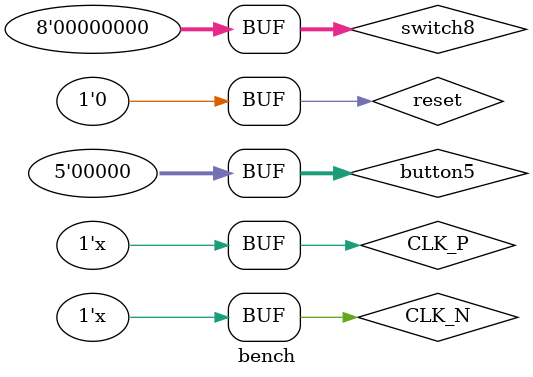
<source format=v>
`timescale 10ns / 1ns
module bench;
  reg CLK_P, CLK_N, reset;
	reg [4:0] button5;
	reg [7:0] switch8;

	// Outputs
	wire [4:0] led5;
	wire [7:0] led8;

	// Instantiate the Unit Under Test (UUT)
	main uut (.CLK_P(CLK_P), .CLK_N(CLK_N), .reset(reset), 
		.button5(button5), .switch8(switch8), .led5(led5), .led8(led8));

	initial begin
		CLK_P = 0; CLK_N = 1;
		reset = 0; button5 = 0; switch8 = 0;

    #2 reset = 1'b1;//The rising of reset line should trigger the reset logic
    #2 reset = 1'b0;
  end
  
  always begin
    #1 CLK_P = ~CLK_P;
    #0 CLK_N = ~CLK_N;
  end
endmodule


</source>
